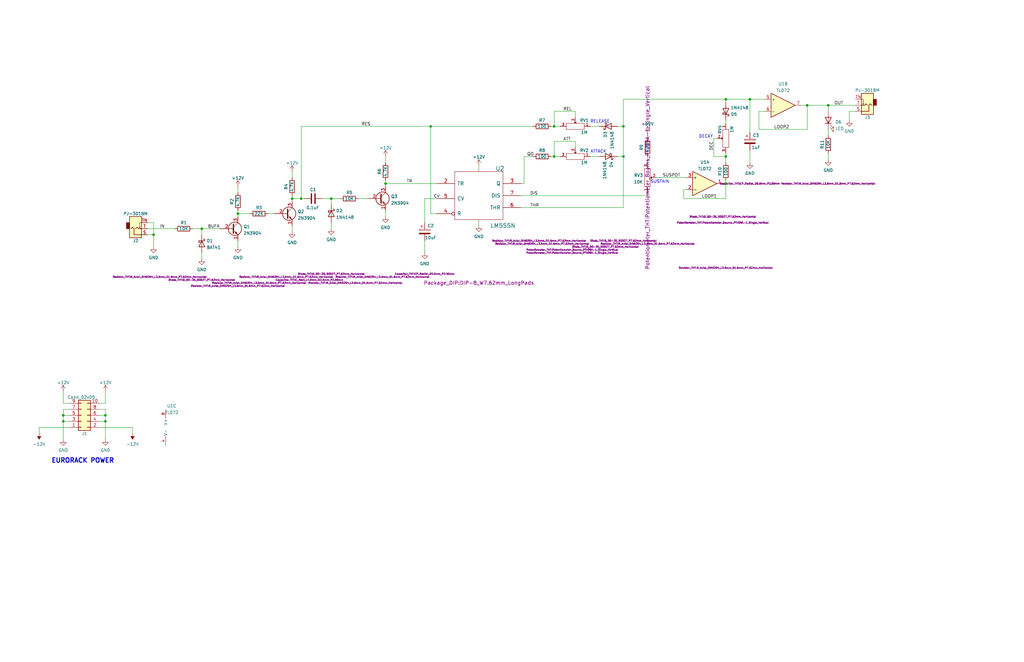
<source format=kicad_sch>
(kicad_sch (version 20211123) (generator eeschema)
  (paper "B")
  (title_block (date "2022-10-17") (rev "1"))
  (lib_symbols
    (symbol "Amplifier_Operational:TL072" (pin_names (offset 0.127))
      (property "Reference" "U" (at 0 5.08 0))
      (property "Value" "TL072" (at 0 -5.08 0))
      (symbol "TL072_1_1"
        (polyline (pts (xy -5.08 5.08) (xy 5.08 0) (xy -5.08 -5.08) (xy -5.08 5.08)) (stroke (width 0.254)) (fill (type background)))
        (pin output line (at 7.62 0 180) (length 2.54) (name "~") (number "1"))
        (pin input line (at -7.62 -2.54 0) (length 2.54) (name "-") (number "2"))
        (pin input line (at -7.62 2.54 0) (length 2.54) (name "+") (number "3"))
      )
      (symbol "TL072_2_1"
        (polyline (pts (xy -5.08 5.08) (xy 5.08 0) (xy -5.08 -5.08) (xy -5.08 5.08)) (stroke (width 0.254)) (fill (type background)))
        (pin input line (at -7.62 2.54 0) (length 2.54) (name "+") (number "5"))
        (pin input line (at -7.62 -2.54 0) (length 2.54) (name "-") (number "6"))
        (pin output line (at 7.62 0 180) (length 2.54) (name "~") (number "7"))
      )
      (symbol "TL072_3_1"
        (pin power_in line (at -2.54 -7.62 90) (length 3.81) (name "V-") (number "4"))
        (pin power_in line (at -2.54 7.62 270) (length 3.81) (name "V+") (number "8"))
      )
    )
    (symbol "Connector:AudioJack2_SwitchT"
      (property "Reference" "J" (at 0 8.89 0))
      (property "Value" "AudioJack2_SwitchT" (at 0 6.35 0))
      (symbol "AudioJack2_SwitchT_0_1"
        (rectangle (start -2.54 0) (end -3.81 -2.54) (stroke (width 0.254)) (fill (type outline)))
        (polyline (pts (xy 1.778 -0.254) (xy 2.032 -0.762)))
        (polyline (pts (xy 0 0) (xy 0.635 -0.635) (xy 1.27 0) (xy 2.54 0)) (stroke (width 0.254)))
        (polyline (pts (xy 2.54 -2.54) (xy 1.778 -2.54) (xy 1.778 -0.254) (xy 1.524 -0.762)))
        (polyline (pts (xy 2.54 2.54) (xy -0.635 2.54) (xy -0.635 0) (xy -1.27 -0.635) (xy -1.905 0)) (stroke (width 0.254)))
        (rectangle (start 2.54 3.81) (end -2.54 -5.08) (stroke (width 0.254)) (fill (type background)))
      )
      (symbol "AudioJack2_SwitchT_1_1"
        (pin passive line (at 5.08 2.54 180) (length 2.54) (name "~") (number "S"))
        (pin passive line (at 5.08 0 180) (length 2.54) (name "~") (number "T"))
        (pin passive line (at 5.08 -2.54 180) (length 2.54) (name "~") (number "TN"))
      )
    )
    (symbol "Connector_Generic:Conn_02x05_Odd_Even" (pin_names (offset 1.016) hide)
      (property "Reference" "J" (at 1.27 7.62 0))
      (property "Value" "Conn_02x05_Odd_Even" (at 1.27 -7.62 0))
      (symbol "Conn_02x05_Odd_Even_1_1"
        (rectangle (start -1.27 -4.953) (end 0 -5.207) (stroke (width 0.1524)))
        (rectangle (start -1.27 -2.413) (end 0 -2.667) (stroke (width 0.1524)))
        (rectangle (start -1.27 0.127) (end 0 -0.127) (stroke (width 0.1524)))
        (rectangle (start -1.27 2.667) (end 0 2.413) (stroke (width 0.1524)))
        (rectangle (start -1.27 5.207) (end 0 4.953) (stroke (width 0.1524)))
        (rectangle (start -1.27 6.35) (end 3.81 -6.35) (stroke (width 0.254)) (fill (type background)))
        (rectangle (start 3.81 -4.953) (end 2.54 -5.207) (stroke (width 0.1524)))
        (rectangle (start 3.81 -2.413) (end 2.54 -2.667) (stroke (width 0.1524)))
        (rectangle (start 3.81 0.127) (end 2.54 -0.127) (stroke (width 0.1524)))
        (rectangle (start 3.81 2.667) (end 2.54 2.413) (stroke (width 0.1524)))
        (rectangle (start 3.81 5.207) (end 2.54 4.953) (stroke (width 0.1524)))
        (pin passive line (at -5.08 5.08 0) (length 3.81) (name "Pin_1") (number "1"))
        (pin passive line (at 7.62 -5.08 180) (length 3.81) (name "Pin_10") (number "10"))
        (pin passive line (at 7.62 5.08 180) (length 3.81) (name "Pin_2") (number "2"))
        (pin passive line (at -5.08 2.54 0) (length 3.81) (name "Pin_3") (number "3"))
        (pin passive line (at 7.62 2.54 180) (length 3.81) (name "Pin_4") (number "4"))
        (pin passive line (at -5.08 0 0) (length 3.81) (name "Pin_5") (number "5"))
        (pin passive line (at 7.62 0 180) (length 3.81) (name "Pin_6") (number "6"))
        (pin passive line (at -5.08 -2.54 0) (length 3.81) (name "Pin_7") (number "7"))
        (pin passive line (at 7.62 -2.54 180) (length 3.81) (name "Pin_8") (number "8"))
        (pin passive line (at -5.08 -5.08 0) (length 3.81) (name "Pin_9") (number "9"))
      )
    )
    (symbol "Device:C" (pin_numbers hide) (pin_names (offset 0.254))
      (property "Reference" "C" (at 0.635 2.54 0))
      (property "Value" "C" (at 0.635 -2.54 0))
      (symbol "C_0_1"
        (polyline (pts (xy -2.032 -0.762) (xy 2.032 -0.762)) (stroke (width 0.508)))
        (polyline (pts (xy -2.032 0.762) (xy 2.032 0.762)) (stroke (width 0.508)))
      )
      (symbol "C_1_1"
        (pin passive line (at 0 3.81 270) (length 2.794) (name "~") (number "1"))
        (pin passive line (at 0 -3.81 90) (length 2.794) (name "~") (number "2"))
      )
    )
    (symbol "Device:C_Polarized" (pin_numbers hide) (pin_names (offset 0.254))
      (property "Reference" "C" (at 0.635 2.54 0))
      (property "Value" "C_Polarized" (at 0.635 -2.54 0))
      (symbol "C_Polarized_0_1"
        (rectangle (start -2.286 0.508) (end 2.286 1.016))
        (polyline (pts (xy -1.778 2.286) (xy -0.762 2.286)))
        (polyline (pts (xy -1.27 2.794) (xy -1.27 1.778)))
        (rectangle (start 2.286 -0.508) (end -2.286 -1.016) (fill (type outline)))
      )
      (symbol "C_Polarized_1_1"
        (pin passive line (at 0 3.81 270) (length 2.794) (name "~") (number "1"))
        (pin passive line (at 0 -3.81 90) (length 2.794) (name "~") (number "2"))
      )
    )
    (symbol "Device:D_Schottky" (pin_numbers hide) (pin_names (offset 1.016) hide)
      (property "Reference" "D" (at 0 2.54 0))
      (property "Value" "D_Schottky" (at 0 -2.54 0))
      (symbol "D_Schottky_0_1"
        (polyline (pts (xy 1.27 0) (xy -1.27 0)))
        (polyline (pts (xy 1.27 1.27) (xy 1.27 -1.27) (xy -1.27 0) (xy 1.27 1.27)) (stroke (width 0.254)))
        (polyline (pts (xy -1.905 0.635) (xy -1.905 1.27) (xy -1.27 1.27) (xy -1.27 -1.27) (xy -0.635 -1.27) (xy -0.635 -0.635)) (stroke (width 0.254)))
      )
      (symbol "D_Schottky_1_1"
        (pin passive line (at -3.81 0 0) (length 2.54) (name "K") (number "1"))
        (pin passive line (at 3.81 0 180) (length 2.54) (name "A") (number "2"))
      )
    )
    (symbol "Device:LED" (pin_numbers hide) (pin_names (offset 1.016) hide)
      (property "Reference" "D" (at 0 2.54 0))
      (property "Value" "LED" (at 0 -2.54 0))
      (symbol "LED_0_1"
        (polyline (pts (xy -1.27 -1.27) (xy -1.27 1.27)) (stroke (width 0.254)))
        (polyline (pts (xy -1.27 0) (xy 1.27 0)))
        (polyline (pts (xy 1.27 -1.27) (xy 1.27 1.27) (xy -1.27 0) (xy 1.27 -1.27)) (stroke (width 0.254)))
        (polyline (pts (xy -3.048 -0.762) (xy -4.572 -2.286) (xy -3.81 -2.286) (xy -4.572 -2.286) (xy -4.572 -1.524)))
        (polyline (pts (xy -1.778 -0.762) (xy -3.302 -2.286) (xy -2.54 -2.286) (xy -3.302 -2.286) (xy -3.302 -1.524)))
      )
      (symbol "LED_1_1"
        (pin passive line (at -3.81 0 0) (length 2.54) (name "K") (number "1"))
        (pin passive line (at 3.81 0 180) (length 2.54) (name "A") (number "2"))
      )
    )
    (symbol "Device:R" (pin_numbers hide) (pin_names (offset 0))
      (property "Reference" "R" (at 2.032 0 90))
      (property "Value" "R" (at 0 0 90))
      (symbol "R_0_1"
        (rectangle (start -1.016 -2.54) (end 1.016 2.54) (stroke (width 0.254)))
      )
      (symbol "R_1_1"
        (pin passive line (at 0 3.81 270) (length 1.27) (name "~") (number "1"))
        (pin passive line (at 0 -3.81 90) (length 1.27) (name "~") (number "2"))
      )
    )
    (symbol "LandBoards:POT" (pin_names (offset 1.016) hide)
      (property "Reference" "RV" (at 0 -2.54 0))
      (property "Value" "POT" (at 0 0 0))
      (symbol "POT_0_1"
        (rectangle (start -3.81 1.27) (end 3.81 -1.27))
        (polyline (pts (xy 0 1.27) (xy -0.508 1.778) (xy 0.508 1.778)) (fill (type outline)))
      )
      (symbol "POT_1_1"
        (pin passive line (at -6.35 0 0) (length 2.54) (name "1") (number "1"))
        (pin passive line (at 0 3.81 270) (length 2.032) (name "2") (number "2"))
        (pin passive line (at 6.35 0 180) (length 2.54) (name "3") (number "3"))
      )
    )
    (symbol "LandBoards_Semis:LM555N" (pin_names (offset 1.016))
      (property "Reference" "U" (at 0 2.54 0))
      (property "Value" "LM555N" (at 0 -2.54 0))
      (symbol "LM555N_0_0"
        (pin power_in line (at 0 -10.16 90) (length 0) hide (name "GND") (number "1"))
        (pin power_in line (at 0 10.16 270) (length 0) hide (name "VCC") (number "8"))
      )
      (symbol "LM555N_0_1"
        (rectangle (start -10.16 -10.16) (end 10.16 10.16))
      )
      (symbol "LM555N_1_1"
        (pin input line (at -17.78 5.08 0) (length 7.62) (name "TR") (number "2"))
        (pin output line (at 17.78 5.08 180) (length 7.62) (name "Q") (number "3"))
        (pin input inverted (at -17.78 -7.62 0) (length 7.62) (name "R") (number "4"))
        (pin input line (at -17.78 -1.27 0) (length 7.62) (name "CV") (number "5"))
        (pin input line (at 17.78 -5.08 180) (length 7.62) (name "THR") (number "6"))
        (pin input line (at 17.78 0 180) (length 7.62) (name "DIS") (number "7"))
      )
    )
    (symbol "Transistor_BJT:2N3904" (pin_names (offset 0) hide)
      (property "Reference" "Q" (at 5.08 1.905 0))
      (property "Value" "2N3904" (at 5.08 0 0))
      (symbol "2N3904_0_1"
        (polyline (pts (xy 0.635 0.635) (xy 2.54 2.54)))
        (polyline (pts (xy 0.635 -0.635) (xy 2.54 -2.54) (xy 2.54 -2.54)))
        (polyline (pts (xy 0.635 1.905) (xy 0.635 -1.905) (xy 0.635 -1.905)) (stroke (width 0.508)))
        (polyline (pts (xy 1.27 -1.778) (xy 1.778 -1.27) (xy 2.286 -2.286) (xy 1.27 -1.778) (xy 1.27 -1.778)) (fill (type outline)))
        (circle (center 1.27 0) (radius 2.8194) (stroke (width 0.254)))
      )
      (symbol "2N3904_1_1"
        (pin passive line (at 2.54 -5.08 90) (length 2.54) (name "E") (number "1"))
        (pin passive line (at -5.08 0 0) (length 5.715) (name "B") (number "2"))
        (pin passive line (at 2.54 5.08 270) (length 2.54) (name "C") (number "3"))
      )
    )
    (symbol "power:+12V" (power) (pin_names (offset 0))
      (property "Value" "+12V" (at 0 3.556 0))
      (symbol "+12V_0_1"
        (polyline (pts (xy -0.762 1.27) (xy 0 2.54)))
        (polyline (pts (xy 0 0) (xy 0 2.54)))
        (polyline (pts (xy 0 2.54) (xy 0.762 1.27)))
      )
      (symbol "+12V_1_1"
        (pin power_in line (at 0 0 90) (length 0) hide (name "+12V") (number "1"))
      )
    )
    (symbol "power:-12V" (power) (pin_names (offset 0))
      (property "Value" "-12V" (at 0 3.81 0))
      (symbol "-12V_0_0"
        (pin power_in line (at 0 0 90) (length 0) hide (name "-12V") (number "1"))
      )
      (symbol "-12V_0_1"
        (polyline (pts (xy 0 0) (xy 0 1.27) (xy 0.762 1.27) (xy 0 2.54) (xy -0.762 1.27) (xy 0 1.27)) (fill (type outline)))
      )
    )
    (symbol "power:GND" (power) (pin_names (offset 0))
      (property "Value" "GND" (at 0 -3.81 0))
      (symbol "GND_0_1"
        (polyline (pts (xy 0 0) (xy 0 -1.27) (xy 1.27 -1.27) (xy 0 -2.54) (xy -1.27 -1.27) (xy 0 -1.27)))
      )
      (symbol "GND_1_1"
        (pin power_in line (at 0 0 270) (length 0) hide (name "GND") (number "1"))
      )
    )
  )
  (junction (at 306.07 41.91))
  (junction (at 262.89 53.34))
  (junction (at 233.68 53.34))
  (junction (at 306.07 77.47))
  (junction (at 306.07 66.04))
  (junction (at 139.7 83.82))
  (junction (at 162.56 77.47))
  (junction (at 44.45 177.8))
  (junction (at 64.77 99.06))
  (junction (at 233.68 66.04))
  (junction (at 262.89 66.04))
  (junction (at 85.09 96.52))
  (junction (at 123.19 83.82))
  (junction (at 181.61 53.34))
  (junction (at 127 83.82))
  (junction (at 26.67 177.8))
  (junction (at 44.45 175.26))
  (junction (at 349.25 44.45))
  (junction (at 100.33 90.17))
  (junction (at 316.23 41.91))
  (junction (at 26.67 175.26))
  (junction (at 340.36 44.45))
  (wire (pts (xy 26.67 177.8) (xy 29.21 177.8)))
  (wire (pts (xy 300.99 58.42) (xy 302.26 58.42)))
  (wire (pts (xy 26.67 175.26) (xy 29.21 175.26)))
  (wire (pts (xy 233.68 53.34) (xy 233.68 46.99)))
  (wire (pts (xy 41.91 180.34) (xy 55.88 180.34)))
  (wire (pts (xy 26.67 172.72) (xy 26.67 175.26)))
  (wire (pts (xy 29.21 172.72) (xy 26.67 172.72)))
  (wire (pts (xy 260.35 53.34) (xy 262.89 53.34)))
  (wire (pts (xy 306.07 66.04) (xy 300.99 66.04)))
  (wire (pts (xy 219.71 77.47) (xy 220.98 77.47)))
  (wire (pts (xy 360.68 46.99) (xy 358.14 46.99)))
  (wire (pts (xy 306.07 83.82) (xy 306.07 77.47)))
  (wire (pts (xy 201.93 69.85) (xy 201.93 72.39)))
  (wire (pts (xy 242.57 46.99) (xy 242.57 49.53)))
  (wire (pts (xy 139.7 83.82) (xy 139.7 86.36)))
  (wire (pts (xy 289.56 80.01) (xy 288.29 80.01)))
  (wire (pts (xy 123.19 72.39) (xy 123.19 74.93)))
  (wire (pts (xy 273.05 55.88) (xy 273.05 58.42)))
  (wire (pts (xy 162.56 76.2) (xy 162.56 77.47)))
  (wire (pts (xy 262.89 53.34) (xy 262.89 66.04)))
  (wire (pts (xy 349.25 44.45) (xy 360.68 44.45)))
  (wire (pts (xy 262.89 66.04) (xy 260.35 66.04)))
  (wire (pts (xy 316.23 63.5) (xy 316.23 68.58)))
  (wire (pts (xy 162.56 66.04) (xy 162.56 68.58)))
  (wire (pts (xy 85.09 106.68) (xy 85.09 109.22)))
  (wire (pts (xy 306.07 41.91) (xy 262.89 41.91)))
  (wire (pts (xy 242.57 59.69) (xy 242.57 62.23)))
  (wire (pts (xy 162.56 77.47) (xy 162.56 78.74)))
  (wire (pts (xy 100.33 90.17) (xy 105.41 90.17)))
  (wire (pts (xy 44.45 175.26) (xy 44.45 177.8)))
  (wire (pts (xy 139.7 83.82) (xy 143.51 83.82)))
  (wire (pts (xy 64.77 93.98) (xy 64.77 99.06)))
  (wire (pts (xy 115.57 90.17) (xy 113.03 90.17)))
  (wire (pts (xy 179.07 93.98) (xy 179.07 83.82)))
  (wire (pts (xy 233.68 66.04) (xy 233.68 59.69)))
  (wire (pts (xy 316.23 41.91) (xy 306.07 41.91)))
  (wire (pts (xy 233.68 46.99) (xy 242.57 46.99)))
  (wire (pts (xy 44.45 165.1) (xy 44.45 170.18)))
  (wire (pts (xy 135.89 83.82) (xy 139.7 83.82)))
  (wire (pts (xy 233.68 59.69) (xy 242.57 59.69)))
  (wire (pts (xy 81.28 96.52) (xy 85.09 96.52)))
  (wire (pts (xy 219.71 87.63) (xy 262.89 87.63)))
  (wire (pts (xy 322.58 46.99) (xy 320.04 46.99)))
  (wire (pts (xy 320.04 54.61) (xy 340.36 54.61)))
  (wire (pts (xy 220.98 77.47) (xy 220.98 66.04)))
  (wire (pts (xy 16.51 180.34) (xy 16.51 182.88)))
  (wire (pts (xy 100.33 90.17) (xy 100.33 91.44)))
  (wire (pts (xy 233.68 66.04) (xy 232.41 66.04)))
  (wire (pts (xy 127 53.34) (xy 181.61 53.34)))
  (wire (pts (xy 29.21 180.34) (xy 16.51 180.34)))
  (wire (pts (xy 262.89 66.04) (xy 262.89 87.63)))
  (wire (pts (xy 219.71 82.55) (xy 273.05 82.55)))
  (wire (pts (xy 320.04 46.99) (xy 320.04 54.61)))
  (wire (pts (xy 85.09 96.52) (xy 85.09 99.06)))
  (wire (pts (xy 139.7 93.98) (xy 139.7 96.52)))
  (wire (pts (xy 340.36 44.45) (xy 349.25 44.45)))
  (wire (pts (xy 340.36 54.61) (xy 340.36 44.45)))
  (wire (pts (xy 273.05 81.28) (xy 273.05 82.55)))
  (wire (pts (xy 127 83.82) (xy 128.27 83.82)))
  (wire (pts (xy 62.23 96.52) (xy 73.66 96.52)))
  (wire (pts (xy 289.56 74.93) (xy 276.86 74.93)))
  (wire (pts (xy 340.36 44.45) (xy 337.82 44.45)))
  (wire (pts (xy 233.68 53.34) (xy 232.41 53.34)))
  (wire (pts (xy 201.93 92.71) (xy 201.93 95.25)))
  (wire (pts (xy 123.19 82.55) (xy 123.19 83.82)))
  (wire (pts (xy 252.73 66.04) (xy 248.92 66.04)))
  (wire (pts (xy 358.14 46.99) (xy 358.14 50.8)))
  (wire (pts (xy 44.45 177.8) (xy 44.45 185.42)))
  (wire (pts (xy 26.67 175.26) (xy 26.67 177.8)))
  (wire (pts (xy 306.07 64.77) (xy 306.07 66.04)))
  (wire (pts (xy 306.07 66.04) (xy 306.07 68.58)))
  (wire (pts (xy 306.07 76.2) (xy 306.07 77.47)))
  (wire (pts (xy 288.29 80.01) (xy 288.29 83.82)))
  (wire (pts (xy 236.22 53.34) (xy 233.68 53.34)))
  (wire (pts (xy 64.77 99.06) (xy 64.77 104.14)))
  (wire (pts (xy 100.33 78.74) (xy 100.33 81.28)))
  (wire (pts (xy 100.33 88.9) (xy 100.33 90.17)))
  (wire (pts (xy 55.88 180.34) (xy 55.88 182.88)))
  (wire (pts (xy 181.61 53.34) (xy 181.61 90.17)))
  (wire (pts (xy 322.58 41.91) (xy 316.23 41.91)))
  (wire (pts (xy 85.09 96.52) (xy 92.71 96.52)))
  (wire (pts (xy 220.98 66.04) (xy 224.79 66.04)))
  (wire (pts (xy 26.67 177.8) (xy 26.67 185.42)))
  (wire (pts (xy 26.67 165.1) (xy 26.67 170.18)))
  (wire (pts (xy 64.77 99.06) (xy 62.23 99.06)))
  (wire (pts (xy 41.91 175.26) (xy 44.45 175.26)))
  (wire (pts (xy 273.05 66.04) (xy 273.05 68.58)))
  (wire (pts (xy 41.91 177.8) (xy 44.45 177.8)))
  (wire (pts (xy 62.23 93.98) (xy 64.77 93.98)))
  (wire (pts (xy 179.07 101.6) (xy 179.07 106.68)))
  (wire (pts (xy 316.23 41.91) (xy 316.23 55.88)))
  (wire (pts (xy 306.07 77.47) (xy 304.8 77.47)))
  (wire (pts (xy 349.25 64.77) (xy 349.25 67.31)))
  (wire (pts (xy 123.19 83.82) (xy 127 83.82)))
  (wire (pts (xy 349.25 44.45) (xy 349.25 46.99)))
  (wire (pts (xy 300.99 66.04) (xy 300.99 58.42)))
  (wire (pts (xy 100.33 101.6) (xy 100.33 104.14)))
  (wire (pts (xy 29.21 170.18) (xy 26.67 170.18)))
  (wire (pts (xy 181.61 53.34) (xy 224.79 53.34)))
  (wire (pts (xy 349.25 57.15) (xy 349.25 54.61)))
  (wire (pts (xy 41.91 170.18) (xy 44.45 170.18)))
  (wire (pts (xy 306.07 41.91) (xy 306.07 43.18)))
  (wire (pts (xy 252.73 53.34) (xy 248.92 53.34)))
  (wire (pts (xy 154.94 83.82) (xy 151.13 83.82)))
  (wire (pts (xy 236.22 66.04) (xy 233.68 66.04)))
  (wire (pts (xy 181.61 90.17) (xy 184.15 90.17)))
  (wire (pts (xy 127 83.82) (xy 127 53.34)))
  (wire (pts (xy 306.07 50.8) (xy 306.07 52.07)))
  (wire (pts (xy 179.07 83.82) (xy 184.15 83.82)))
  (wire (pts (xy 162.56 77.47) (xy 184.15 77.47)))
  (wire (pts (xy 41.91 172.72) (xy 44.45 172.72)))
  (wire (pts (xy 162.56 88.9) (xy 162.56 91.44)))
  (wire (pts (xy 44.45 172.72) (xy 44.45 175.26)))
  (wire (pts (xy 123.19 95.25) (xy 123.19 97.79)))
  (wire (pts (xy 123.19 83.82) (xy 123.19 85.09)))
  (wire (pts (xy 262.89 41.91) (xy 262.89 53.34)))
  (wire (pts (xy 288.29 83.82) (xy 306.07 83.82)))
  (text "DECAY" (at 294.64 58.42 0) (effects (font (size 1.27 1.27)) (justify left bottom)))
  (text "EURORACK POWER" (at 21.59 195.58 0) (effects (font (size 1.905 1.905) (thickness 0.381) bold) (justify left bottom)))
  (text "ATTACK" (at 248.92 64.77 0) (effects (font (size 1.27 1.27)) (justify left bottom)))
  (text "RELEASE" (at 248.92 52.07 0) (effects (font (size 1.27 1.27)) (justify left bottom)))
  (text "SUSTAIN" (at 274.32 77.47 0) (effects (font (size 1.27 1.27)) (justify left bottom)))
  (label "LOOP1" (at 295.91 83.82 0))
  (label "LOOP2" (at 326.39 54.61 0))
  (label "OUT" (at 351.79 44.45 0))
  (label "THR" (at 223.52 87.63 0))
  (label "QO" (at 222.25 66.04 0))
  (label "CV" (at 182.88 83.82 0))
  (label "REL" (at 237.49 46.99 0))
  (label "TR" (at 171.45 77.47 0))
  (label "SUSPOT" (at 279.4 74.93 0))
  (label "BUFA" (at 87.63 96.52 0))
  (label "DIS" (at 223.52 82.55 0))
  (label "DEC" (at 300.99 63.5 90))
  (label "IN" (at 67.31 96.52 0))
  (label "ATT" (at 237.49 59.69 0))
  (label "RES" (at 152.4 53.34 0))
  (symbol (lib_id "power:+12V") (at 100.33 78.74 0) (unit 1)
    (property "Reference" "#PWR0110" (effects hide))
    (property "Value" "+12V" (at 100.33 75.1355 0))
  )
  (symbol (lib_id "power:GND") (at 179.07 106.68 0) (unit 1)
    (property "Reference" "#PWR0115" (effects hide))
    (property "Value" "GND" (at 179.07 111.2425 0))
  )
  (symbol (lib_id "power:+12V") (at 162.56 66.04 0) (unit 1)
    (property "Reference" "#PWR0113" (effects hide))
    (property "Value" "+12V" (at 162.56 62.4355 0))
  )
  (symbol (lib_id "power:GND") (at 100.33 104.14 0) (unit 1)
    (property "Reference" "#PWR0111" (effects hide))
    (property "Value" "GND" (at 100.33 108.7025 0))
  )
  (symbol (lib_id "power:-12V") (at 16.51 182.88 180) (unit 1)
    (property "Reference" "#PWR0105" (effects hide))
    (property "Value" "-12V" (at 16.51 187.4425 0))
  )
  (symbol (lib_id "Device:LED") (at 349.25 50.8 90) (unit 1)
    (property "Reference" "D6" (at 352.171 51.479 90) (effects (justify right)))
    (property "Value" "LED" (at 352.171 54.2541 90) (effects (justify right)))
  )
  (symbol (lib_id "Device:R") (at 228.6 66.04 90) (unit 1)
    (property "Reference" "R8" (at 228.6 63.5 90))
    (property "Value" "100" (at 228.6 66.04 90))
    (property "Footprint" "Resistor_THT:R_Axial_DIN0204_L3.6mm_D1.6mm_P7.62mm_Horizontal" (at 228.6 102.87 90) (effects (font (size 0.762 0.762))))
    (property "Datasheet" "https://www.mouser.com/ProductDetail/Xicon/299-2.2K-RC?qs=QaPBMFBEHz3RDbXknTj%252ByA%3D%3D" (effects hide))
  )
  (symbol (lib_id "Transistor_BJT:2N3904") (at 160.02 83.82 0) (unit 1)
    (property "Reference" "Q3" (at 164.8713 82.9115 0) (effects (justify left)))
    (property "Value" "2N3904" (at 164.8713 85.6866 0) (effects (justify left)))
    (property "Footprint" "Package_TO_SOT_THT:TO-92_Inline" (effects hide))
    (property "Datasheet" "https://www.onsemi.com/pub/Collateral/2N3903-D.PDF" (effects hide))
  )
  (symbol (lib_id "power:GND") (at 316.23 68.58 0) (unit 1)
    (property "Reference" "#PWR0117" (effects hide))
    (property "Value" "GND" (at 316.23 73.1425 0))
  )
  (symbol (lib_id "Transistor_BJT:2N3904") (at 97.79 96.52 0) (unit 1)
    (property "Reference" "Q1" (at 102.6413 95.6115 0) (effects (justify left)))
    (property "Value" "2N3904" (at 102.6413 98.3866 0) (effects (justify left)))
    (property "Footprint" "Package_TO_SOT_THT:TO-92_Inline" (effects hide))
    (property "Datasheet" "https://www.onsemi.com/pub/Collateral/2N3903-D.PDF" (effects hide))
  )
  (symbol (lib_id "Device:R") (at 228.6 53.34 90) (unit 1)
    (property "Reference" "R7" (at 228.6 50.8 90))
    (property "Value" "100" (at 228.6 53.34 90))
    (property "Footprint" "Resistor_THT:R_Axial_DIN0204_L3.6mm_D1.6mm_P7.62mm_Horizontal" (at 227.33 101.6 90) (effects (font (size 0.762 0.762))))
    (property "Datasheet" "https://www.mouser.com/ProductDetail/Xicon/299-2.2K-RC?qs=QaPBMFBEHz3RDbXknTj%252ByA%3D%3D" (effects hide))
  )
  (symbol (lib_id "LandBoards:POT") (at 242.57 66.04 0) (mirror y) (unit 1)
    (property "Reference" "RV2" (at 246.38 63.5 0))
    (property "Value" "1M" (at 246.38 68.58 0))
    (property "Footprint" "Potentiometer_THT:Potentiometer_Bourns_PTV09A-1_Single_Vertical" (at 241.3 105.41 0) (effects (font (size 0.762 0.762))))
  )
  (symbol (lib_id "Device:R") (at 147.32 83.82 90) (unit 1)
    (property "Reference" "R5" (at 147.32 81.28 90))
    (property "Value" "10K" (at 147.32 83.82 90))
    (property "Footprint" "Resistor_THT:R_Axial_DIN0204_L3.6mm_D1.6mm_P7.62mm_Horizontal" (at 149.86 119.38 90) (effects (font (size 0.762 0.762))))
    (property "Datasheet" "https://www.mouser.com/ProductDetail/Xicon/299-2.2K-RC?qs=QaPBMFBEHz3RDbXknTj%252ByA%3D%3D" (effects hide))
  )
  (symbol (lib_id "power:+12V") (at 26.67 165.1 0) (unit 1)
    (property "Reference" "#PWR0101" (effects hide))
    (property "Value" "+12V" (at 26.67 161.4955 0))
  )
  (symbol (lib_id "Device:D_Schottky") (at 85.09 102.87 270) (unit 1)
    (property "Reference" "D1" (at 87.122 101.644 90) (effects (justify left)))
    (property "Value" "BAT41" (at 87.122 104.4191 90) (effects (justify left)))
    (property "Footprint" "Diode_THT:D_DO-35_SOD27_P7.62mm_Horizontal" (at 85.09 118.11 90) (effects (font (size 0.762 0.762))))
  )
  (symbol (lib_id "power:+12V") (at 44.45 165.1 0) (unit 1)
    (property "Reference" "#PWR0106" (effects hide))
    (property "Value" "+12V" (at 44.45 161.4955 0))
  )
  (symbol (lib_id "Amplifier_Operational:TL072") (at 72.39 180.34 0) (unit 3)
    (property "Reference" "U1" (at 72.39 171.2935 0))
    (property "Value" "TL072" (at 72.39 174.0686 0))
    (property "Footprint" "Package_DIP:DIP-8_W7.62mm" (effects hide))
    (property "Datasheet" "https://store.synthrotek.com/TL072P-Op-Amp_p_418.html" (effects hide))
  )
  (symbol (lib_id "Device:R") (at 162.56 72.39 180) (unit 1)
    (property "Reference" "R6" (at 160.02 72.39 90))
    (property "Value" "4.7K" (at 162.56 72.39 90))
    (property "Footprint" "Resistor_THT:R_Axial_DIN0204_L3.6mm_D1.6mm_P7.62mm_Horizontal" (at 161.29 116.84 0) (effects (font (size 0.762 0.762))))
    (property "Datasheet" "https://www.mouser.com/ProductDetail/Xicon/299-2.2K-RC?qs=QaPBMFBEHz3RDbXknTj%252ByA%3D%3D" (effects hide))
  )
  (symbol (lib_id "power:GND") (at 64.77 104.14 0) (unit 1)
    (property "Reference" "#PWR0107" (effects hide))
    (property "Value" "GND" (at 64.77 108.7025 0))
  )
  (symbol (lib_id "Device:C_Polarized") (at 316.23 59.69 0) (unit 1)
    (property "Reference" "C3" (at 318.77 57.15 0))
    (property "Value" "1uF" (at 318.77 62.23 0))
    (property "Footprint" "Capacitor_THT:CP_Radial_D5.0mm_P2.50mm" (at 316.23 77.47 0) (effects (font (size 0.762 0.762))))
    (property "Datasheet" "https://www.mouser.com/ProductDetail/140-REA470M1CBK0511P" (effects hide))
  )
  (symbol (lib_id "power:+12V") (at 273.05 55.88 0) (unit 1)
    (property "Reference" "#PWR0122" (effects hide))
    (property "Value" "+12V" (at 273.05 52.2755 0))
  )
  (symbol (lib_id "LandBoards:POT") (at 306.07 58.42 90) (mirror x) (unit 1)
    (property "Reference" "RV4" (at 303.53 54.61 0))
    (property "Value" "1M" (at 308.61 54.61 0))
    (property "Footprint" "Potentiometer_THT:Potentiometer_Bourns_PTV09A-1_Single_Vertical" (at 304.8 93.98 90) (effects (font (size 0.762 0.762))))
  )
  (symbol (lib_id "LandBoards:POT") (at 242.57 53.34 0) (mirror y) (unit 1)
    (property "Reference" "RV1" (at 246.38 50.8 0))
    (property "Value" "1M" (at 246.38 55.88 0))
    (property "Footprint" "Potentiometer_THT:Potentiometer_Bourns_PTV09A-1_Single_Vertical" (at 241.3 106.68 0) (effects (font (size 0.762 0.762))))
  )
  (symbol (lib_id "power:+12V") (at 201.93 69.85 0) (unit 1)
    (property "Reference" "#PWR0121" (effects hide))
    (property "Value" "+12V" (at 201.93 66.2455 0))
  )
  (symbol (lib_id "Device:R") (at 123.19 78.74 180) (unit 1)
    (property "Reference" "R4" (at 120.65 78.74 90))
    (property "Value" "4.7K" (at 123.19 78.74 90))
    (property "Footprint" "Resistor_THT:R_Axial_DIN0204_L3.6mm_D1.6mm_P7.62mm_Horizontal" (at 120.65 116.84 0) (effects (font (size 0.762 0.762))))
    (property "Datasheet" "https://www.mouser.com/ProductDetail/Xicon/299-2.2K-RC?qs=QaPBMFBEHz3RDbXknTj%252ByA%3D%3D" (effects hide))
  )
  (symbol (lib_id "Device:R") (at 306.07 72.39 180) (unit 1)
    (property "Reference" "R10" (at 303.53 72.39 90))
    (property "Value" "100" (at 306.07 72.39 90))
    (property "Footprint" "Resistor_THT:R_Axial_DIN0204_L3.6mm_D1.6mm_P7.62mm_Horizontal" (at 306.07 113.03 0) (effects (font (size 0.762 0.762))))
    (property "Datasheet" "https://www.mouser.com/ProductDetail/Xicon/299-2.2K-RC?qs=QaPBMFBEHz3RDbXknTj%252ByA%3D%3D" (effects hide))
  )
  (symbol (lib_id "power:GND") (at 358.14 50.8 0) (unit 1)
    (property "Reference" "#PWR0118" (effects hide))
    (property "Value" "GND" (at 358.14 55.3625 0))
  )
  (symbol (lib_id "Device:D_Schottky") (at 256.54 66.04 180) (unit 1)
    (property "Reference" "D4" (at 257.766 68.072 90) (effects (justify left)))
    (property "Value" "1N4148" (at 254.9909 68.072 90) (effects (justify left)))
    (property "Footprint" "Diode_THT:D_DO-35_SOD27_P7.62mm_Horizontal" (at 255.27 104.14 0) (effects (font (size 0.762 0.762))))
  )
  (symbol (lib_id "power:GND") (at 162.56 91.44 0) (unit 1)
    (property "Reference" "#PWR0116" (effects hide))
    (property "Value" "GND" (at 162.56 96.0025 0))
  )
  (symbol (lib_id "power:GND") (at 85.09 109.22 0) (unit 1)
    (property "Reference" "#PWR0108" (effects hide))
    (property "Value" "GND" (at 85.09 113.7825 0))
  )
  (symbol (lib_id "Device:C") (at 132.08 83.82 90) (unit 1)
    (property "Reference" "C1" (at 133.35 80.01 90) (effects (justify left)))
    (property "Value" "0.1uF" (at 134.62 87.63 90) (effects (justify left)))
    (property "Footprint" "Capacitor_THT:C_Rect_L4.0mm_W2.5mm_P2.50mm" (at 144.78 118.11 90) (effects (font (size 0.762 0.762)) (justify left)))
    (property "Datasheet" "https://www.mouser.com/ProductDetail/TDK/FG18X7R1H473KNT06?qs=qf2ddTMq67Ua7q%2FdN4IhqA%3D%3D" (effects hide))
  )
  (symbol (lib_id "LandBoards:POT") (at 273.05 74.93 270) (mirror x) (unit 1)
    (property "Reference" "RV3" (at 271.145 74.0215 90) (effects (justify right)))
    (property "Value" "10K" (at 271.145 76.7966 90) (effects (justify right)))
    (property "Footprint" "Potentiometer_THT:Potentiometer_Bourns_PTV09A-1_Single_Vertical" (at 273.05 74.93 0) (effects (font (size 1.524 1.524))))
  )
  (symbol (lib_id "Device:D_Schottky") (at 256.54 53.34 0) (mirror x) (unit 1)
    (property "Reference" "D3" (at 255.314 55.372 90) (effects (justify left)))
    (property "Value" "1N4148" (at 258.0891 55.372 90) (effects (justify left)))
    (property "Footprint" "Diode_THT:D_DO-35_SOD27_P7.62mm_Horizontal" (at 262.89 101.6 0) (effects (font (size 0.762 0.762))))
  )
  (symbol (lib_id "Device:R") (at 109.22 90.17 90) (unit 1)
    (property "Reference" "R3" (at 109.22 87.63 90))
    (property "Value" "22K" (at 109.22 90.17 90))
    (property "Footprint" "Resistor_THT:R_Axial_DIN0204_L3.6mm_D1.6mm_P7.62mm_Horizontal" (at 109.22 119.38 90) (effects (font (size 0.762 0.762))))
    (property "Datasheet" "https://www.mouser.com/ProductDetail/Xicon/299-2.2K-RC?qs=QaPBMFBEHz3RDbXknTj%252ByA%3D%3D" (effects hide))
  )
  (symbol (lib_id "LandBoards_Semis:LM555N") (at 201.93 82.55 0) (unit 1)
    (property "Reference" "U2" (at 210.82 71.12 0) (effects (font (size 1.778 1.778))))
    (property "Value" "LM555N" (at 212.09 95.25 0) (effects (font (size 1.778 1.778))))
    (property "Footprint" "Package_DIP:DIP-8_W7.62mm_LongPads" (at 201.93 119.38 0) (effects (font (size 1.524 1.524))))
  )
  (symbol (lib_id "Transistor_BJT:2N3904") (at 120.65 90.17 0) (unit 1)
    (property "Reference" "Q2" (at 125.5013 89.2615 0) (effects (justify left)))
    (property "Value" "2N3904" (at 125.5013 92.0366 0) (effects (justify left)))
    (property "Footprint" "Package_TO_SOT_THT:TO-92_Inline" (effects hide))
    (property "Datasheet" "https://www.onsemi.com/pub/Collateral/2N3903-D.PDF" (effects hide))
  )
  (symbol (lib_id "Amplifier_Operational:TL072") (at 297.18 77.47 0) (unit 1)
    (property "Reference" "U1" (at 297.18 68.4235 0))
    (property "Value" "TL072" (at 297.18 71.1986 0))
    (property "Footprint" "Package_DIP:DIP-8_W7.62mm" (effects hide))
    (property "Datasheet" "https://store.synthrotek.com/TL072P-Op-Amp_p_418.html" (effects hide))
  )
  (symbol (lib_id "power:GND") (at 44.45 185.42 0) (unit 1)
    (property "Reference" "#PWR0103" (effects hide))
    (property "Value" "GND" (at 44.45 189.9825 0))
  )
  (symbol (lib_id "Connector:AudioJack2_SwitchT") (at 365.76 44.45 180) (unit 1)
    (property "Reference" "J3" (at 365.76 49.53 0))
    (property "Value" "PJ-301BM" (at 365.76 38.1 0))
    (property "Footprint" "AudioJacks:Jack_3.5mm_QingPu_WQP-PJ301BM_Vertical" (effects hide))
    (property "Datasheet" "https://www.taydaelectronics.com/pj-301bm-3-5-mm-mono-phone-jack.html" (effects hide))
  )
  (symbol (lib_id "Device:R") (at 273.05 62.23 180) (unit 1)
    (property "Reference" "R9" (at 270.51 62.23 90))
    (property "Value" "4.7K" (at 273.05 62.23 90))
    (property "Footprint" "Resistor_THT:R_Axial_DIN0204_L3.6mm_D1.6mm_P7.62mm_Horizontal" (at 273.05 102.87 0) (effects (font (size 0.762 0.762))))
    (property "Datasheet" "https://www.mouser.com/ProductDetail/Xicon/299-2.2K-RC?qs=QaPBMFBEHz3RDbXknTj%252ByA%3D%3D" (effects hide))
  )
  (symbol (lib_id "power:GND") (at 201.93 95.25 0) (unit 1)
    (property "Reference" "#PWR0120" (effects hide))
    (property "Value" "GND" (at 201.93 99.8125 0))
  )
  (symbol (lib_id "Device:R") (at 77.47 96.52 90) (unit 1)
    (property "Reference" "R1" (at 77.47 93.98 90))
    (property "Value" "10K" (at 77.47 96.52 90))
    (property "Footprint" "Resistor_THT:R_Axial_DIN0204_L3.6mm_D1.6mm_P7.62mm_Horizontal" (at 67.31 116.84 90) (effects (font (size 0.762 0.762))))
    (property "Datasheet" "https://www.mouser.com/ProductDetail/Xicon/299-2.2K-RC?qs=QaPBMFBEHz3RDbXknTj%252ByA%3D%3D" (effects hide))
  )
  (symbol (lib_id "Device:D_Schottky") (at 306.07 46.99 270) (mirror x) (unit 1)
    (property "Reference" "D5" (at 308.102 48.216 90) (effects (justify left)))
    (property "Value" "1N4148" (at 308.102 45.4409 90) (effects (justify left)))
    (property "Footprint" "Diode_THT:D_DO-35_SOD27_P7.62mm_Horizontal" (at 304.8 91.44 90) (effects (font (size 0.762 0.762))))
  )
  (symbol (lib_id "power:GND") (at 139.7 96.52 0) (unit 1)
    (property "Reference" "#PWR0114" (effects hide))
    (property "Value" "GND" (at 139.7 101.0825 0))
  )
  (symbol (lib_id "Device:C_Polarized") (at 179.07 97.79 0) (unit 1)
    (property "Reference" "C2" (at 181.61 95.25 0))
    (property "Value" "10uF" (at 181.61 100.33 0))
    (property "Footprint" "Capacitor_THT:CP_Radial_D5.0mm_P2.50mm" (at 179.07 115.57 0) (effects (font (size 0.762 0.762))))
    (property "Datasheet" "https://www.mouser.com/ProductDetail/140-REA470M1CBK0511P" (effects hide))
  )
  (symbol (lib_id "Device:R") (at 100.33 85.09 180) (unit 1)
    (property "Reference" "R2" (at 97.79 85.09 90))
    (property "Value" "4.7K" (at 100.33 85.09 90))
    (property "Footprint" "Resistor_THT:R_Axial_DIN0204_L3.6mm_D1.6mm_P7.62mm_Horizontal" (at 100.33 120.65 0) (effects (font (size 0.762 0.762))))
    (property "Datasheet" "https://www.mouser.com/ProductDetail/Xicon/299-2.2K-RC?qs=QaPBMFBEHz3RDbXknTj%252ByA%3D%3D" (effects hide))
  )
  (symbol (lib_id "power:GND") (at 123.19 97.79 0) (unit 1)
    (property "Reference" "#PWR0112" (effects hide))
    (property "Value" "GND" (at 123.19 102.3525 0))
  )
  (symbol (lib_id "power:GND") (at 26.67 185.42 0) (unit 1)
    (property "Reference" "#PWR0104" (effects hide))
    (property "Value" "GND" (at 26.67 189.9825 0))
  )
  (symbol (lib_id "Connector_Generic:Conn_02x05_Odd_Even") (at 34.29 175.26 0) (mirror x) (unit 1)
    (property "Reference" "J1" (at 35.56 182.88 0))
    (property "Value" "Conn_02x05" (at 34.29 167.64 0))
    (property "Footprint" "Connector_IDC:IDC-Header_2x05_P2.54mm_Vertical" (effects hide))
    (property "Datasheet" "https://store.synthrotek.com/10-Pin_Keyed_Shrouded_Eurorack_Power_Header" (effects hide))
  )
  (symbol (lib_id "Amplifier_Operational:TL072") (at 330.2 44.45 0) (unit 2)
    (property "Reference" "U1" (at 330.2 35.4035 0))
    (property "Value" "TL072" (at 330.2 38.1786 0))
    (property "Footprint" "Package_DIP:DIP-8_W7.62mm" (effects hide))
    (property "Datasheet" "https://store.synthrotek.com/TL072P-Op-Amp_p_418.html" (effects hide))
  )
  (symbol (lib_id "power:GND") (at 349.25 67.31 0) (unit 1)
    (property "Reference" "#PWR0119" (effects hide))
    (property "Value" "GND" (at 349.25 71.8725 0))
  )
  (symbol (lib_id "power:+12V") (at 123.19 72.39 0) (unit 1)
    (property "Reference" "#PWR0109" (effects hide))
    (property "Value" "+12V" (at 123.19 68.7855 0))
  )
  (symbol (lib_id "Connector:AudioJack2_SwitchT") (at 57.15 96.52 0) (mirror x) (unit 1)
    (property "Reference" "J2" (at 57.15 101.6 0))
    (property "Value" "PJ-301BM" (at 57.15 90.17 0))
    (property "Footprint" "AudioJacks:Jack_3.5mm_QingPu_WQP-PJ301BM_Vertical" (effects hide))
    (property "Datasheet" "https://www.taydaelectronics.com/pj-301bm-3-5-mm-mono-phone-jack.html" (effects hide))
  )
  (symbol (lib_id "Device:R") (at 349.25 60.96 180) (unit 1)
    (property "Reference" "R11" (at 346.71 60.96 90))
    (property "Value" "10K" (at 349.25 60.96 90))
    (property "Footprint" "Resistor_THT:R_Axial_DIN0204_L3.6mm_D1.6mm_P7.62mm_Horizontal" (at 349.25 77.47 0) (effects (font (size 0.762 0.762))))
    (property "Datasheet" "https://www.mouser.com/ProductDetail/Xicon/299-2.2K-RC?qs=QaPBMFBEHz3RDbXknTj%252ByA%3D%3D" (effects hide))
  )
  (symbol (lib_id "power:-12V") (at 55.88 182.88 180) (unit 1)
    (property "Reference" "#PWR0102" (effects hide))
    (property "Value" "-12V" (at 55.88 187.4425 0))
  )
  (symbol (lib_id "Device:D_Schottky") (at 139.7 90.17 270) (unit 1)
    (property "Reference" "D2" (at 141.732 88.944 90) (effects (justify left)))
    (property "Value" "1N4148" (at 141.732 91.7191 90) (effects (justify left)))
    (property "Footprint" "Diode_THT:D_DO-35_SOD27_P7.62mm_Horizontal" (at 139.7 115.57 90) (effects (font (size 0.762 0.762))))
  )
)
</source>
